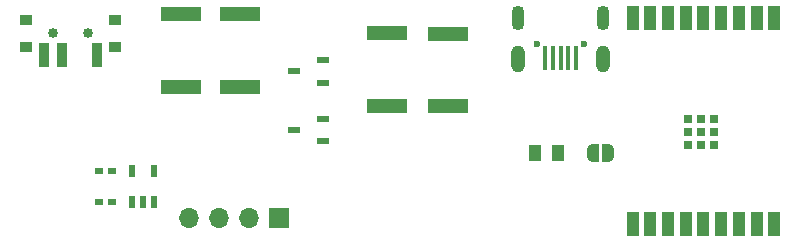
<source format=gbr>
%TF.GenerationSoftware,KiCad,Pcbnew,8.0.5-8.0.5-0~ubuntu22.04.1*%
%TF.CreationDate,2024-09-17T12:21:12-05:00*%
%TF.ProjectId,cheating-calc,63686561-7469-46e6-972d-63616c632e6b,rev?*%
%TF.SameCoordinates,Original*%
%TF.FileFunction,Soldermask,Top*%
%TF.FilePolarity,Negative*%
%FSLAX46Y46*%
G04 Gerber Fmt 4.6, Leading zero omitted, Abs format (unit mm)*
G04 Created by KiCad (PCBNEW 8.0.5-8.0.5-0~ubuntu22.04.1) date 2024-09-17 12:21:12*
%MOMM*%
%LPD*%
G01*
G04 APERTURE LIST*
G04 Aperture macros list*
%AMFreePoly0*
4,1,19,0.500000,-0.750000,0.000000,-0.750000,0.000000,-0.744911,-0.071157,-0.744911,-0.207708,-0.704816,-0.327430,-0.627875,-0.420627,-0.520320,-0.479746,-0.390866,-0.500000,-0.250000,-0.500000,0.250000,-0.479746,0.390866,-0.420627,0.520320,-0.327430,0.627875,-0.207708,0.704816,-0.071157,0.744911,0.000000,0.744911,0.000000,0.750000,0.500000,0.750000,0.500000,-0.750000,0.500000,-0.750000,
$1*%
%AMFreePoly1*
4,1,19,0.000000,0.744911,0.071157,0.744911,0.207708,0.704816,0.327430,0.627875,0.420627,0.520320,0.479746,0.390866,0.500000,0.250000,0.500000,-0.250000,0.479746,-0.390866,0.420627,-0.520320,0.327430,-0.627875,0.207708,-0.704816,0.071157,-0.744911,0.000000,-0.744911,0.000000,-0.750000,-0.500000,-0.750000,-0.500000,0.750000,0.000000,0.750000,0.000000,0.744911,0.000000,0.744911,
$1*%
G04 Aperture macros list end*
%ADD10R,0.600000X1.100000*%
%ADD11R,0.790000X0.540000*%
%ADD12R,1.070000X0.600000*%
%ADD13FreePoly0,180.000000*%
%ADD14FreePoly1,180.000000*%
%ADD15R,1.700000X1.700000*%
%ADD16O,1.700000X1.700000*%
%ADD17R,1.130000X1.380000*%
%ADD18C,0.850000*%
%ADD19R,0.900000X2.000000*%
%ADD20R,1.100000X0.930000*%
%ADD21R,3.460000X1.280000*%
%ADD22C,0.600000*%
%ADD23R,0.400000X2.000000*%
%ADD24O,1.200000X2.300000*%
%ADD25O,1.100000X2.100000*%
%ADD26R,1.000000X2.000000*%
%ADD27R,0.700000X0.700000*%
G04 APERTURE END LIST*
D10*
%TO.C,U2*%
X95500000Y-67600000D03*
X97400000Y-67600000D03*
X97400000Y-70200000D03*
X96450000Y-70200000D03*
X95500000Y-70200000D03*
%TD*%
D11*
%TO.C,C2*%
X93800000Y-67600000D03*
X92700000Y-67600000D03*
%TD*%
%TO.C,C1*%
X93800000Y-70200000D03*
X92700000Y-70200000D03*
%TD*%
D12*
%TO.C,Q1*%
X111708500Y-65069000D03*
X111708500Y-63169000D03*
X109228500Y-64119000D03*
%TD*%
D13*
%TO.C,JP1*%
X135850000Y-66100000D03*
D14*
X134550000Y-66100000D03*
%TD*%
D15*
%TO.C,J1*%
X107920000Y-71600000D03*
D16*
X105380000Y-71600000D03*
X102840000Y-71600000D03*
X100300000Y-71600000D03*
%TD*%
D17*
%TO.C,R5*%
X131600000Y-66100000D03*
X129600000Y-66100000D03*
%TD*%
D18*
%TO.C,SW1*%
X91800000Y-55912500D03*
X88800000Y-55912500D03*
D19*
X92550000Y-57762500D03*
X89550000Y-57762500D03*
X88050000Y-57762500D03*
D20*
X86500000Y-57052500D03*
X86500000Y-54782500D03*
X94100000Y-54782500D03*
X94100000Y-57052500D03*
%TD*%
D21*
%TO.C,R4*%
X122300000Y-62100000D03*
X122300000Y-55960000D03*
%TD*%
%TO.C,R2*%
X104700000Y-60470000D03*
X104700000Y-54330000D03*
%TD*%
%TO.C,R3*%
X99700000Y-60470000D03*
X99700000Y-54330000D03*
%TD*%
D12*
%TO.C,Q2*%
X111708500Y-60116000D03*
X111708500Y-58216000D03*
X109228500Y-59166000D03*
%TD*%
D21*
%TO.C,R1*%
X117100000Y-62070000D03*
X117100000Y-55930000D03*
%TD*%
D22*
%TO.C,U3*%
X133800000Y-56837500D03*
X129800000Y-56837500D03*
D23*
X133100000Y-58037500D03*
X132450000Y-58037500D03*
X131800000Y-58037500D03*
X131150000Y-58037500D03*
X130500000Y-58037500D03*
D24*
X135380000Y-58087500D03*
D25*
X135380000Y-54627500D03*
D24*
X128220000Y-58087500D03*
D25*
X128220000Y-54627500D03*
%TD*%
D26*
%TO.C,U4*%
X149900000Y-54615000D03*
X148400000Y-54615000D03*
X146900000Y-54615000D03*
X145400000Y-54615000D03*
X143900000Y-54615000D03*
X142400000Y-54615000D03*
X140900000Y-54615000D03*
X139400000Y-54615000D03*
X137900000Y-54615000D03*
X137900000Y-72115000D03*
X139400000Y-72115000D03*
X140900000Y-72115000D03*
X142400000Y-72115000D03*
X143900000Y-72115000D03*
X145400000Y-72115000D03*
X146900000Y-72115000D03*
X148400000Y-72115000D03*
X149900000Y-72115000D03*
D27*
X144800000Y-63225000D03*
X143700000Y-63225000D03*
X142600000Y-63225000D03*
X144800000Y-64325000D03*
X143700000Y-64325000D03*
X142600000Y-64325000D03*
X144800000Y-65425000D03*
X143700000Y-65425000D03*
X142600000Y-65425000D03*
%TD*%
M02*

</source>
